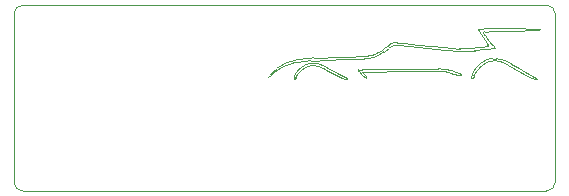
<source format=gbr>
%TF.GenerationSoftware,KiCad,Pcbnew,(5.1.8)-1*%
%TF.CreationDate,2021-01-31T15:43:31-07:00*%
%TF.ProjectId,Axle-Tx-PCB(STM32)v2,41786c65-2d54-4782-9d50-43422853544d,rev?*%
%TF.SameCoordinates,Original*%
%TF.FileFunction,Legend,Bot*%
%TF.FilePolarity,Positive*%
%FSLAX46Y46*%
G04 Gerber Fmt 4.6, Leading zero omitted, Abs format (unit mm)*
G04 Created by KiCad (PCBNEW (5.1.8)-1) date 2021-01-31 15:43:31*
%MOMM*%
%LPD*%
G01*
G04 APERTURE LIST*
%ADD10C,0.001125*%
%TA.AperFunction,Profile*%
%ADD11C,0.050000*%
%TD*%
G04 APERTURE END LIST*
D10*
X60746190Y-42202803D02*
G75*
G02*
X60742549Y-42233898I-13895J-14134D01*
G01*
X58780766Y-41920304D02*
G75*
G02*
X59302124Y-41959207I-177339J-5889563D01*
G01*
X57572607Y-41695722D02*
X54577440Y-41718417D01*
X58776517Y-41714627D02*
X57572607Y-41695722D01*
X58776518Y-41714627D02*
G75*
G02*
X59490135Y-41780187I-243173J-6563585D01*
G01*
X59786490Y-42043444D02*
X60495681Y-42205277D01*
X60742549Y-42233898D02*
G75*
G02*
X60691429Y-42243709I-38827J64223D01*
G01*
X60306472Y-42006658D02*
X60071190Y-41921948D01*
X60516971Y-42089888D02*
X60306472Y-42006658D01*
X60495681Y-42205277D02*
X60691429Y-42243709D01*
X60690114Y-42164565D02*
X60516971Y-42089888D01*
X60690114Y-42164565D02*
G75*
G02*
X60746190Y-42202803I-78003J-174625D01*
G01*
X57967749Y-41911781D02*
X58780765Y-41920304D01*
X59490135Y-41780187D02*
G75*
G02*
X60071190Y-41921948I-468586J-3182363D01*
G01*
X59302123Y-41959207D02*
G75*
G02*
X59786490Y-42043444I-546817J-4578917D01*
G01*
X62979688Y-39780088D02*
X62812565Y-39819908D01*
X54647243Y-39681860D02*
G75*
G02*
X54779953Y-39604808I829427J-1275742D01*
G01*
X44589831Y-42205571D02*
X44411703Y-42453419D01*
X44589831Y-42205571D02*
G75*
G02*
X44684776Y-42089835I952261J-684387D01*
G01*
X54227009Y-39972912D02*
X54013753Y-40134427D01*
X62812565Y-39819908D02*
X62613521Y-39862636D01*
X52856022Y-40636949D02*
X52164552Y-40669492D01*
X54779953Y-39604808D02*
G75*
G02*
X55026465Y-39524762I368733J-715958D01*
G01*
X57071190Y-39672266D02*
X55866520Y-39540643D01*
X62268799Y-38562432D02*
X62417340Y-38788947D01*
X44828662Y-41943327D02*
X44684776Y-42089835D01*
X44992361Y-41792684D02*
X44828662Y-41943327D01*
X45152736Y-41660870D02*
G75*
G02*
X45929942Y-41216468I1992096J-2582121D01*
G01*
X51338439Y-40697944D02*
X50433690Y-40717520D01*
X46881258Y-40943688D02*
G75*
G02*
X48239680Y-40789408I1888975J-10574700D01*
G01*
X50433690Y-40717520D02*
X48239680Y-40789408D01*
X52164552Y-40669492D02*
X51338439Y-40697944D01*
X54013753Y-40134427D02*
X53749502Y-40328699D01*
X63018163Y-39727957D02*
G75*
G02*
X63013697Y-39760912I-23877J-13545D01*
G01*
X55026465Y-39524762D02*
G75*
G02*
X55341537Y-39505373I263900J-1718725D01*
G01*
X53113753Y-40605736D02*
G75*
G02*
X52856022Y-40636949I-357519J1872383D01*
G01*
X53531441Y-40460482D02*
G75*
G02*
X53328562Y-40548256I-692746J1322853D01*
G01*
X61540891Y-40001994D02*
G75*
G02*
X60606410Y-40005164I-500730J9868622D01*
G01*
X63013697Y-39760913D02*
G75*
G02*
X62979688Y-39780088I-51380J51380D01*
G01*
X53749502Y-40328699D02*
G75*
G02*
X53531441Y-40460482I-1184399J1713519D01*
G01*
X62142593Y-38365044D02*
X62268799Y-38562432D01*
X54448142Y-39815357D02*
X54227009Y-39972912D01*
X55866520Y-39540643D02*
X55341537Y-39505373D01*
X60606410Y-40005164D02*
X59298247Y-39910651D01*
X62767101Y-39309821D02*
X62906756Y-39535479D01*
X62593635Y-39049489D02*
X62767101Y-39309821D01*
X62417340Y-38788947D02*
X62593635Y-39049489D01*
X62142594Y-38365044D02*
G75*
G02*
X62133690Y-38334435I48162J30609D01*
G01*
X54647243Y-39681860D02*
X54448142Y-39815357D01*
X62385000Y-39905741D02*
G75*
G02*
X61540891Y-40001993I-1186879J6659229D01*
G01*
X44666446Y-42219060D02*
G75*
G02*
X45556774Y-41589222I2890922J-3142359D01*
G01*
X44411703Y-42453419D02*
X44666446Y-42219060D01*
X45152735Y-41660869D02*
X44992361Y-41792684D01*
X62613521Y-39862636D02*
X62385001Y-39905741D01*
X45929942Y-41216469D02*
G75*
G02*
X46881257Y-40943689I1801908J-4488897D01*
G01*
X62906756Y-39535479D02*
X63018163Y-39727958D01*
X59298247Y-39910651D02*
X57071190Y-39672266D01*
X53328563Y-40548256D02*
G75*
G02*
X53113753Y-40605735I-501571J1444323D01*
G01*
X67180027Y-42621307D02*
G75*
G02*
X67030766Y-42619610I-72179J216534D01*
G01*
X52986426Y-41969750D02*
X53875785Y-41960415D01*
X52734832Y-41969699D02*
X52986426Y-41969750D01*
X52676305Y-42421484D02*
X52638127Y-42352248D01*
X46903911Y-42182840D02*
G75*
G02*
X47157768Y-41913092I2057807J-1682259D01*
G01*
X66451621Y-42172863D02*
X66159545Y-42007132D01*
X52373475Y-41965919D02*
X52734832Y-41969699D01*
X46726068Y-42453419D02*
G75*
G02*
X46903911Y-42182839I1386897J-717824D01*
G01*
X66700955Y-42307135D02*
X66451621Y-42172863D01*
X63671190Y-40863742D02*
G75*
G02*
X64096432Y-40924956I-134774J-2443894D01*
G01*
X52551474Y-41757305D02*
X52057737Y-41784604D01*
X50887410Y-42411394D02*
G75*
G02*
X51117010Y-42567839I-1052577J-1791480D01*
G01*
X51117011Y-42567838D02*
G75*
G02*
X51101011Y-42628920I-21232J-27075D01*
G01*
X48811074Y-41576561D02*
G75*
G02*
X49263763Y-41783766I-1488269J-3849596D01*
G01*
X48416311Y-41471147D02*
G75*
G02*
X48811075Y-41576561I-288915J-1873834D01*
G01*
X47709923Y-41544188D02*
G75*
G02*
X48056342Y-41461901I484054J-1267476D01*
G01*
X67183796Y-42597826D02*
X67070523Y-42518611D01*
X52676305Y-42421484D02*
G75*
G02*
X52683690Y-42451480I-57229J-29996D01*
G01*
X56111490Y-41932786D02*
X57967749Y-41911781D01*
X54577440Y-41718417D02*
X53286508Y-41734732D01*
X48362241Y-41241662D02*
G75*
G02*
X48792666Y-41346682I-250281J-1960345D01*
G01*
X46609151Y-42505945D02*
G75*
G02*
X46679984Y-42202071I679423J1821D01*
G01*
X47978033Y-41244795D02*
G75*
G02*
X48362241Y-41241663I203619J-1411350D01*
G01*
X52055018Y-41936010D02*
X52348355Y-42213282D01*
X53286508Y-41734732D02*
X52551474Y-41757305D01*
X47621190Y-41351771D02*
G75*
G02*
X47978033Y-41244794I537243J-1143434D01*
G01*
X62835914Y-40980394D02*
G75*
G02*
X63015004Y-40910772I600741J-1280154D01*
G01*
X46652400Y-42593027D02*
X46726068Y-42453419D01*
X63015004Y-40910773D02*
G75*
G02*
X63191054Y-40871262I328373J-1051182D01*
G01*
X65871949Y-41837550D02*
X65636891Y-41691597D01*
X50118048Y-42233441D02*
X50613982Y-42476253D01*
X52683690Y-42451480D02*
G75*
G02*
X52640152Y-42471533I-26387J0D01*
G01*
X46679983Y-42202071D02*
G75*
G02*
X46892604Y-41884713I1323915J-657080D01*
G01*
X54930055Y-41948101D02*
X56111490Y-41932786D01*
X53875785Y-41960415D02*
X54930055Y-41948101D01*
X50613982Y-42476253D02*
X50937341Y-42611707D01*
X47217172Y-41589606D02*
G75*
G02*
X47621190Y-41351771I1479613J-2051384D01*
G01*
X52528582Y-42183747D02*
X52373475Y-41965919D01*
X52587989Y-42270818D02*
X52528582Y-42183747D01*
X48056343Y-41461901D02*
G75*
G02*
X48416311Y-41471147I143864J-1410838D01*
G01*
X52638127Y-42352248D02*
X52587989Y-42270818D01*
X52348355Y-42213282D02*
X52640152Y-42471533D01*
X66159545Y-42007132D02*
X65871949Y-41837550D01*
X50887410Y-42411394D02*
X50383601Y-42131960D01*
X51101011Y-42628920D02*
G75*
G02*
X50937341Y-42611707I-49147J319422D01*
G01*
X63191054Y-40871261D02*
G75*
G02*
X63396568Y-40856635I210604J-1508012D01*
G01*
X66908502Y-42419823D02*
X66700955Y-42307135D01*
X46892604Y-41884714D02*
G75*
G02*
X47217171Y-41589607I1462183J-1282115D01*
G01*
X67070523Y-42518611D02*
X66908502Y-42419823D01*
X63671190Y-40863742D02*
X63396568Y-40856635D01*
X46609152Y-42505945D02*
X46612029Y-42606229D01*
X48792666Y-41346682D02*
G75*
G02*
X49289912Y-41564820I-1514960J-4129168D01*
G01*
X50383601Y-42131960D02*
X49289912Y-41564820D01*
X46627867Y-42615872D02*
G75*
G02*
X46612029Y-42606229I-4609J10258D01*
G01*
X49263763Y-41783766D02*
X50118048Y-42233441D01*
X47441639Y-41685580D02*
G75*
G02*
X47709923Y-41544188I719340J-1039680D01*
G01*
X64096432Y-40924957D02*
G75*
G02*
X64511394Y-41060046I-595896J-2535321D01*
G01*
X67183795Y-42597826D02*
G75*
G02*
X67180027Y-42621307I-8010J-10757D01*
G01*
X47157768Y-41913092D02*
G75*
G02*
X47441639Y-41685581I1755777J-1899874D01*
G01*
X46652399Y-42593028D02*
G75*
G02*
X46627866Y-42615872I-45883J24680D01*
G01*
X64511394Y-41060045D02*
G75*
G02*
X64991845Y-41298790I-1664994J-3953448D01*
G01*
X65636891Y-41691597D02*
X64991845Y-41298790D01*
X52055018Y-41936010D02*
G75*
G02*
X52011149Y-41835654I101683J104215D01*
G01*
X52011149Y-41835654D02*
G75*
G02*
X52057737Y-41784604I49816J1321D01*
G01*
X45556774Y-41589222D02*
G75*
G02*
X46555995Y-41224732I1813190J-3418830D01*
G01*
X66218009Y-42275864D02*
G75*
G02*
X65841671Y-42066370I2182017J4362589D01*
G01*
X62056401Y-41921587D02*
G75*
G02*
X62382213Y-41564305I2405227J-1866166D01*
G01*
X61624761Y-42564009D02*
G75*
G02*
X61612182Y-42495849I200449J72235D01*
G01*
X54822510Y-39865604D02*
G75*
G02*
X54773873Y-39905080I-311286J333824D01*
G01*
X54866579Y-39818913D02*
G75*
G02*
X54822509Y-39865604I-387467J321570D01*
G01*
X61699023Y-42110326D02*
G75*
G02*
X61981330Y-41670633I2158879J-1075644D01*
G01*
X61981330Y-41670633D02*
G75*
G02*
X62383243Y-41265839I2168097J-1750745D01*
G01*
X60704381Y-40198514D02*
X61894491Y-40176889D01*
X56282217Y-39801768D02*
X57821190Y-39983956D01*
X54866579Y-39818914D02*
G75*
G02*
X55043216Y-39731809I185860J-154249D01*
G01*
X55505256Y-39735877D02*
X56282217Y-39801768D01*
X54773873Y-39905080D02*
G75*
G02*
X54727796Y-39932692I-211159J300118D01*
G01*
X54196105Y-40274555D02*
X54364141Y-40146735D01*
X63093001Y-41108631D02*
G75*
G02*
X63588511Y-41031068I480066J-1445339D01*
G01*
X54517397Y-40038925D02*
X54647885Y-39954008D01*
X62133689Y-38334434D02*
G75*
G02*
X62151254Y-38316660I17776J-1D01*
G01*
X64085532Y-41117773D02*
G75*
G02*
X64738096Y-41413660I-1305540J-3746845D01*
G01*
X63588511Y-41031068D02*
G75*
G02*
X64085532Y-41117773I-15804J-1558490D01*
G01*
X50687284Y-40923695D02*
X52523268Y-40868999D01*
X61806295Y-42311984D02*
G75*
G02*
X62056401Y-41921587I2285919J-1189148D01*
G01*
X62741998Y-41279733D02*
G75*
G02*
X63093001Y-41108630I815491J-1227338D01*
G01*
X62881062Y-39091200D02*
X62730843Y-38879686D01*
X61612182Y-42495849D02*
G75*
G02*
X61699023Y-42110326I828788J15853D01*
G01*
X67443742Y-38367234D02*
G75*
G02*
X67315173Y-38422664I-133488J132802D01*
G01*
X55043217Y-39731809D02*
G75*
G02*
X55505256Y-39735877I187769J-4914002D01*
G01*
X63337871Y-38539401D02*
X64041181Y-38509583D01*
X63163905Y-39458203D02*
X63018679Y-39273126D01*
X66218010Y-42275864D02*
X66640052Y-42468616D01*
X64738096Y-41413660D02*
X65841671Y-42066370D01*
X62625513Y-38647983D02*
G75*
G02*
X62650694Y-38595861I53503J6296D01*
G01*
X62382214Y-41564305D02*
G75*
G02*
X62741998Y-41279733I1895665J-2026969D01*
G01*
X61702480Y-42505839D02*
X61806295Y-42311984D01*
X59330446Y-40134701D02*
X60704381Y-40198514D01*
X53206456Y-40794074D02*
G75*
G02*
X52523268Y-40868999I-848982J4589030D01*
G01*
X61652429Y-42570584D02*
G75*
G02*
X61624761Y-42564009I-11684J12335D01*
G01*
X62383243Y-41265840D02*
G75*
G02*
X62835914Y-40980394I1372939J-1675606D01*
G01*
X67421543Y-38313428D02*
X65039940Y-38302356D01*
X67421543Y-38313428D02*
G75*
G02*
X67443743Y-38367234I-169J-31553D01*
G01*
X62650694Y-38595861D02*
G75*
G02*
X62728824Y-38571337I87202J-141094D01*
G01*
X62730843Y-38879686D02*
G75*
G02*
X62651597Y-38739996I823855J559694D01*
G01*
X63018679Y-39273126D02*
X62881062Y-39091200D01*
X61702479Y-42505839D02*
G75*
G02*
X61652429Y-42570584I-232987J128389D01*
G01*
X62987400Y-38307062D02*
X62151254Y-38316660D01*
X63925537Y-38301098D02*
X62987400Y-38307062D01*
X64857962Y-38485274D02*
X67315173Y-38422664D01*
X57821190Y-39983956D02*
X59330446Y-40134701D01*
X54647885Y-39954007D02*
G75*
G02*
X54693172Y-39940919I45287J-71806D01*
G01*
X54196105Y-40274556D02*
G75*
G02*
X53667377Y-40627357I-2544105J3240151D01*
G01*
X64041181Y-38509583D02*
X64857962Y-38485274D01*
X54364141Y-40146735D02*
X54517397Y-40038925D01*
X65039940Y-38302356D02*
X63925537Y-38301098D01*
X62651597Y-38739996D02*
G75*
G02*
X62625514Y-38647983I273705J127292D01*
G01*
X63296488Y-39621409D02*
X63163905Y-39458203D01*
X63388382Y-39726602D02*
X63296488Y-39621409D01*
X46555995Y-41224732D02*
G75*
G02*
X48019633Y-41028564I1975812J-9183522D01*
G01*
X62833743Y-40064103D02*
G75*
G02*
X61894491Y-40176889I-1307762J6923367D01*
G01*
X54727795Y-39932691D02*
G75*
G02*
X54693172Y-39940919I-34623J68736D01*
G01*
X66640052Y-42468616D02*
X67030766Y-42619610D01*
X62728824Y-38571337D02*
X63337871Y-38539401D01*
X48019633Y-41028564D02*
X50687284Y-40923695D01*
X63571295Y-39924785D02*
X63388382Y-39726602D01*
X62833743Y-40064102D02*
X63571295Y-39924785D01*
X53667377Y-40627357D02*
G75*
G02*
X53206456Y-40794074I-733777J1308157D01*
G01*
D11*
X67945000Y-36322000D02*
G75*
G02*
X68707000Y-37084000I0J-762000D01*
G01*
X68707000Y-51308000D02*
G75*
G02*
X67945000Y-52070000I-762000J0D01*
G01*
X23622000Y-52070000D02*
G75*
G02*
X22860000Y-51308000I0J762000D01*
G01*
X22860000Y-37084000D02*
G75*
G02*
X23622000Y-36322000I762000J0D01*
G01*
X22860000Y-51308000D02*
X22860000Y-37084000D01*
X67945000Y-52070000D02*
X23622000Y-52070000D01*
X68707000Y-37084000D02*
X68707000Y-51308000D01*
X23622000Y-36322000D02*
X67945000Y-36322000D01*
M02*

</source>
